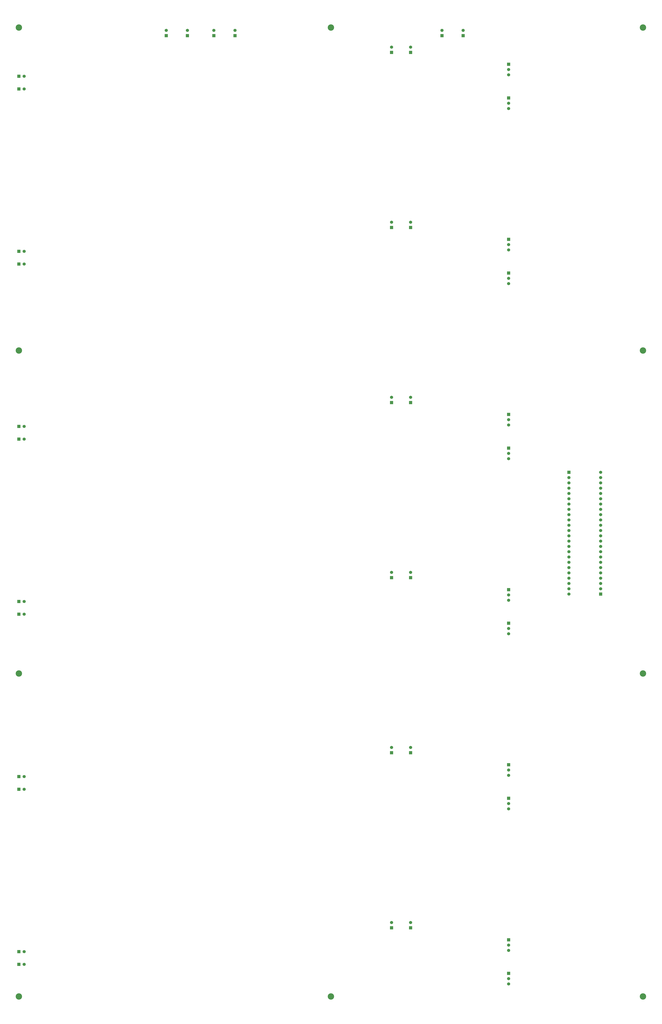
<source format=gbr>
%TF.GenerationSoftware,Altium Limited,Altium Designer,22.9.1 (49)*%
G04 Layer_Color=255*
%FSLAX45Y45*%
%MOMM*%
%TF.SameCoordinates,19B3199C-24C9-4E42-A554-521A99F5088D*%
%TF.FilePolarity,Positive*%
%TF.FileFunction,Pads,Bot*%
%TF.Part,Single*%
G01*
G75*
%TA.AperFunction,ComponentPad*%
%ADD19R,1.50000X1.50000*%
%ADD20C,1.50000*%
%TA.AperFunction,WasherPad*%
%ADD21C,3.04800*%
%TA.AperFunction,ComponentPad*%
%ADD22R,1.50000X1.50000*%
D19*
X23114000Y48882300D02*
D03*
X24130000D02*
D03*
X9867900D02*
D03*
X10883900D02*
D03*
X13169901D02*
D03*
X12153900D02*
D03*
X21602699Y6083300D02*
D03*
X26314401Y5511800D02*
D03*
Y3898900D02*
D03*
X20688300Y6083300D02*
D03*
X21602699Y48083469D02*
D03*
Y14483334D02*
D03*
Y22883368D02*
D03*
Y31283401D02*
D03*
Y39683435D02*
D03*
X26314401Y45899069D02*
D03*
Y47511969D02*
D03*
Y20698969D02*
D03*
Y22311868D02*
D03*
Y37499036D02*
D03*
Y39111935D02*
D03*
Y30711902D02*
D03*
Y29099002D02*
D03*
X20688300Y31283401D02*
D03*
X26314401Y13911835D02*
D03*
Y12298934D02*
D03*
X29210001Y27939999D02*
D03*
X20688300Y14483334D02*
D03*
X30734000Y22098000D02*
D03*
X20688300Y22883368D02*
D03*
Y39683435D02*
D03*
Y48083469D02*
D03*
D20*
X23114000Y49136301D02*
D03*
X24130000D02*
D03*
X9867900D02*
D03*
X10883900D02*
D03*
X13169901D02*
D03*
X12153900D02*
D03*
X3048000Y12730734D02*
D03*
Y4330700D02*
D03*
X21602699Y6337300D02*
D03*
X26314401Y5003800D02*
D03*
Y5257800D02*
D03*
Y3390900D02*
D03*
Y3644900D02*
D03*
X20688300Y6337300D02*
D03*
X3048000Y4940300D02*
D03*
Y46330869D02*
D03*
X21602699Y48337469D02*
D03*
Y14737334D02*
D03*
Y23137367D02*
D03*
Y31537402D02*
D03*
Y39937436D02*
D03*
X3048000Y21130768D02*
D03*
Y29530801D02*
D03*
Y37930835D02*
D03*
X26314401Y45391071D02*
D03*
Y45645071D02*
D03*
Y47003970D02*
D03*
Y47257971D02*
D03*
Y20190968D02*
D03*
Y20444968D02*
D03*
Y21803868D02*
D03*
Y22057867D02*
D03*
Y36991037D02*
D03*
Y37245035D02*
D03*
Y38603937D02*
D03*
Y38857935D02*
D03*
Y30457901D02*
D03*
Y30203903D02*
D03*
Y28845001D02*
D03*
Y28591003D02*
D03*
X20688300Y31537402D02*
D03*
X3048000Y30140402D02*
D03*
X26314401Y13657834D02*
D03*
Y13403835D02*
D03*
Y12044934D02*
D03*
Y11790934D02*
D03*
X29210001Y22098000D02*
D03*
Y22352000D02*
D03*
Y22606000D02*
D03*
Y22860001D02*
D03*
Y23114000D02*
D03*
Y23367999D02*
D03*
Y23622000D02*
D03*
Y23875999D02*
D03*
Y24130000D02*
D03*
Y24384000D02*
D03*
Y24638000D02*
D03*
Y24892000D02*
D03*
Y25146001D02*
D03*
Y25400000D02*
D03*
Y25654001D02*
D03*
Y25907999D02*
D03*
Y26162000D02*
D03*
Y26416000D02*
D03*
Y26670001D02*
D03*
Y26923999D02*
D03*
Y27178000D02*
D03*
Y27432001D02*
D03*
Y27685999D02*
D03*
X3048000Y13340334D02*
D03*
X20688300Y14737334D02*
D03*
X30734000Y27939999D02*
D03*
Y27685999D02*
D03*
Y27432001D02*
D03*
Y27178000D02*
D03*
Y26923999D02*
D03*
Y26670001D02*
D03*
Y26416000D02*
D03*
Y26162000D02*
D03*
Y25907999D02*
D03*
Y25654001D02*
D03*
Y25400000D02*
D03*
Y25146001D02*
D03*
Y24892000D02*
D03*
Y24638000D02*
D03*
Y24384000D02*
D03*
Y24130000D02*
D03*
Y23875999D02*
D03*
Y23622000D02*
D03*
Y23367999D02*
D03*
Y23114000D02*
D03*
Y22860001D02*
D03*
Y22606000D02*
D03*
Y22352000D02*
D03*
X20688300Y23137367D02*
D03*
Y39937436D02*
D03*
Y48337469D02*
D03*
X3048000Y21740369D02*
D03*
Y38540436D02*
D03*
Y46940469D02*
D03*
D21*
X32766000Y18288000D02*
D03*
X2794000Y33782001D02*
D03*
X17780000Y2794000D02*
D03*
Y49276001D02*
D03*
X32766000Y33782001D02*
D03*
X2794000Y18288000D02*
D03*
X32766000Y2794000D02*
D03*
Y49276001D02*
D03*
X2794000D02*
D03*
Y2794000D02*
D03*
D22*
Y12730734D02*
D03*
Y4330700D02*
D03*
Y4940300D02*
D03*
Y46330869D02*
D03*
Y21130768D02*
D03*
Y29530801D02*
D03*
Y37930835D02*
D03*
Y30140402D02*
D03*
Y13340334D02*
D03*
Y21740369D02*
D03*
Y38540436D02*
D03*
Y46940469D02*
D03*
%TF.MD5,8676d1fa20b15b1683eea5eef2dc48a5*%
M02*

</source>
